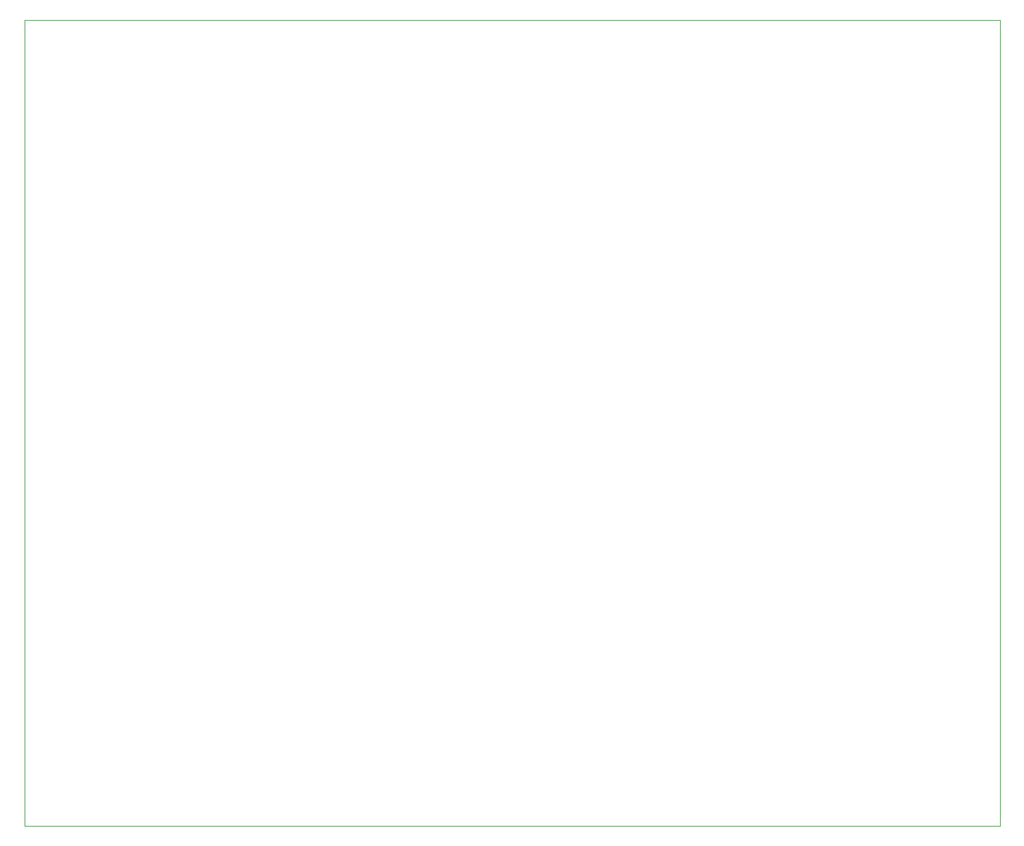
<source format=gbr>
%TF.GenerationSoftware,KiCad,Pcbnew,7.0.9*%
%TF.CreationDate,2024-11-14T04:31:41-07:00*%
%TF.ProjectId,Through_Hole_Single,5468726f-7567-4685-9f48-6f6c655f5369,rev?*%
%TF.SameCoordinates,Original*%
%TF.FileFunction,Profile,NP*%
%FSLAX46Y46*%
G04 Gerber Fmt 4.6, Leading zero omitted, Abs format (unit mm)*
G04 Created by KiCad (PCBNEW 7.0.9) date 2024-11-14 04:31:41*
%MOMM*%
%LPD*%
G01*
G04 APERTURE LIST*
%TA.AperFunction,Profile*%
%ADD10C,0.025400*%
%TD*%
G04 APERTURE END LIST*
D10*
X185166000Y-145034000D02*
X185166000Y-39624000D01*
X57658000Y-39624000D02*
X57658000Y-145034000D01*
X185166000Y-39624000D02*
X57658000Y-39624000D01*
X57658000Y-145034000D02*
X185166000Y-145034000D01*
M02*

</source>
